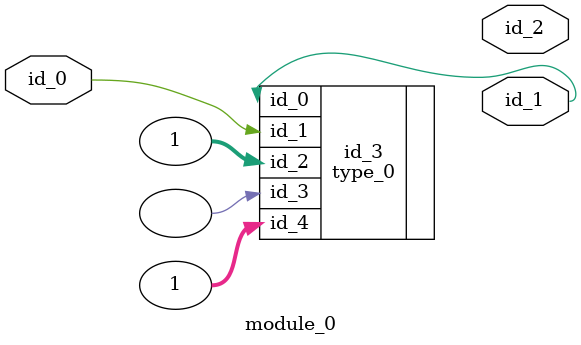
<source format=v>
module module_0 (
    input  id_0,
    output id_1,
    output id_2
);
  type_0 id_3 (
      .id_0(id_1),
      .id_1(id_0),
      .id_2(1),
      .id_3(),
      .id_4(1)
  );
endmodule

</source>
